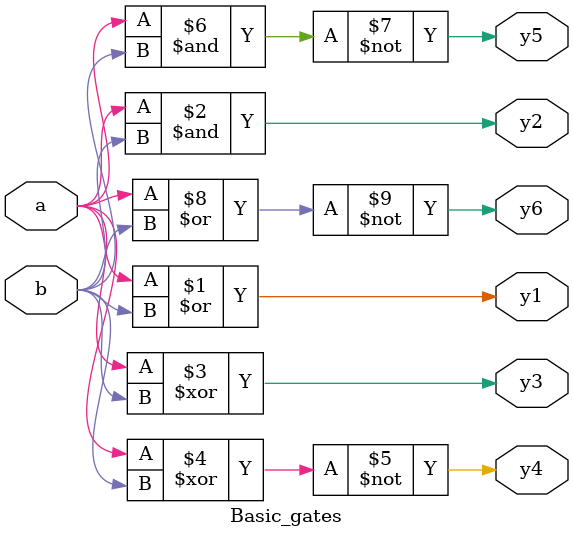
<source format=v>
`timescale 1ns / 1ps


module Basic_gates(
input a,b, 
output y1,y2,y3,y4,y5,y6
    );
assign y1 = a|b;
assign y2 = a&b;
assign y3 = a^b;
assign y4 = ~(a^b);
assign y5 = ~(a&b);
assign y6 = ~(a|b);

endmodule

</source>
